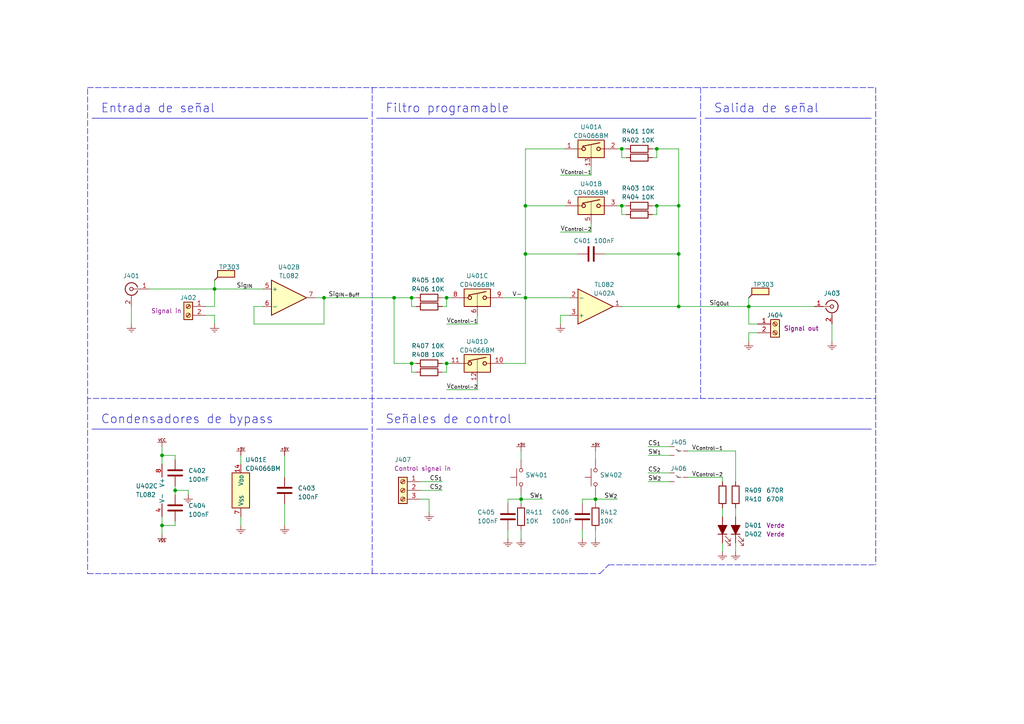
<source format=kicad_sch>
(kicad_sch (version 20230121) (generator eeschema)
  (paper "A4")
  (title_block (title "EQM Lab PCB - 1") (date "2023-04-14") (rev "V0.1-Alpha") (company "JSM - ETSE-UV") (comment 1 "Filtro programable"))
  (lib_symbols
    (symbol "Amplifier_Operational:TL082" (pin_names (offset 0.127))
      (property "Reference" "U" (at 0 5.08 0))
      (property "Value" "TL082" (at 0 -5.08 0))
      (symbol "TL082_1_1"
        (polyline (pts (xy -5.08 5.08) (xy 5.08 0) (xy -5.08 -5.08) (xy -5.08 5.08)) (stroke (width 0.254)) (fill (type background)))
        (pin output line (at 7.62 0 180) (length 2.54) (name "~") (number "1"))
        (pin input line (at -7.62 -2.54 0) (length 2.54) (name "-") (number "2"))
        (pin input line (at -7.62 2.54 0) (length 2.54) (name "+") (number "3"))
      )
      (symbol "TL082_2_1"
        (polyline (pts (xy -5.08 5.08) (xy 5.08 0) (xy -5.08 -5.08) (xy -5.08 5.08)) (stroke (width 0.254)) (fill (type background)))
        (pin input line (at -7.62 2.54 0) (length 2.54) (name "+") (number "5"))
        (pin input line (at -7.62 -2.54 0) (length 2.54) (name "-") (number "6"))
        (pin output line (at 7.62 0 180) (length 2.54) (name "~") (number "7"))
      )
      (symbol "TL082_3_1"
        (pin power_in line (at -2.54 -7.62 90) (length 3.81) (name "V-") (number "4"))
        (pin power_in line (at -2.54 7.62 270) (length 3.81) (name "V+") (number "8"))
      )
    )
    (symbol "Analog_Switch:CD4066BM"
      (property "Reference" "U" (at -5.08 3.81 0))
      (property "Value" "CD4066BM" (at 7.62 3.81 0))
      (symbol "CD4066BM_1_1"
        (rectangle (start -3.81 2.54) (end 3.81 -2.54) (stroke (width 0.254)) (fill (type background)))
        (circle (center -2.159 0) (radius 0.508) (stroke (width 0.254)))
        (polyline (pts (xy -5.08 0) (xy -2.794 0)))
        (polyline (pts (xy -2.54 0.762) (xy 2.54 1.778)) (stroke (width 0.254)))
        (polyline (pts (xy 0 -2.54) (xy 0 -2.032)))
        (polyline (pts (xy 0 -1.778) (xy 0 -1.524)))
        (polyline (pts (xy 0 -1.27) (xy 0 -1.016)))
        (polyline (pts (xy 0 -0.762) (xy 0 -0.508)))
        (polyline (pts (xy 0 -0.254) (xy 0 0)))
        (polyline (pts (xy 0 0.254) (xy 0 0.508)))
        (polyline (pts (xy 0 0.762) (xy 0 1.016)))
        (polyline (pts (xy 5.08 0) (xy 2.794 0)))
        (circle (center 2.159 0) (radius 0.508) (stroke (width 0.254)))
        (pin bidirectional line (at -7.62 0 0) (length 2.54) (name "~") (number "1"))
        (pin input line (at 0 -5.08 90) (length 2.54) (name "~") (number "13"))
        (pin bidirectional line (at 7.62 0 180) (length 2.54) (name "~") (number "2"))
      )
      (symbol "CD4066BM_2_1"
        (rectangle (start -3.81 2.54) (end 3.81 -2.54) (stroke (width 0.254)) (fill (type background)))
        (circle (center -2.159 0) (radius 0.508) (stroke (width 0.254)))
        (polyline (pts (xy -5.08 0) (xy -2.794 0)))
        (polyline (pts (xy -2.54 0.762) (xy 2.54 1.778)) (stroke (width 0.254)))
        (polyline (pts (xy 0 -2.54) (xy 0 -2.032)))
        (polyline (pts (xy 0 -1.778) (xy 0 -1.524)))
        (polyline (pts (xy 0 -1.27) (xy 0 -1.016)))
        (polyline (pts (xy 0 -0.762) (xy 0 -0.508)))
        (polyline (pts (xy 0 -0.254) (xy 0 0)))
        (polyline (pts (xy 0 0.254) (xy 0 0.508)))
        (polyline (pts (xy 0 0.762) (xy 0 1.016)))
        (polyline (pts (xy 5.08 0) (xy 2.794 0)))
        (circle (center 2.159 0) (radius 0.508) (stroke (width 0.254)))
        (pin bidirectional line (at 7.62 0 180) (length 2.54) (name "~") (number "3"))
        (pin bidirectional line (at -7.62 0 0) (length 2.54) (name "~") (number "4"))
        (pin input line (at 0 -5.08 90) (length 2.54) (name "~") (number "5"))
      )
      (symbol "CD4066BM_3_1"
        (rectangle (start -3.81 2.54) (end 3.81 -2.54) (stroke (width 0.254)) (fill (type background)))
        (circle (center -2.159 0) (radius 0.508) (stroke (width 0.254)))
        (polyline (pts (xy -5.08 0) (xy -2.794 0)))
        (polyline (pts (xy -2.54 0.762) (xy 2.54 1.778)) (stroke (width 0.254)))
        (polyline (pts (xy 0 -2.54) (xy 0 -2.032)))
        (polyline (pts (xy 0 -1.778) (xy 0 -1.524)))
        (polyline (pts (xy 0 -1.27) (xy 0 -1.016)))
        (polyline (pts (xy 0 -0.762) (xy 0 -0.508)))
        (polyline (pts (xy 0 -0.254) (xy 0 0)))
        (polyline (pts (xy 0 0.254) (xy 0 0.508)))
        (polyline (pts (xy 0 0.762) (xy 0 1.016)))
        (polyline (pts (xy 5.08 0) (xy 2.794 0)))
        (circle (center 2.159 0) (radius 0.508) (stroke (width 0.254)))
        (pin input line (at 0 -5.08 90) (length 2.54) (name "~") (number "6"))
        (pin bidirectional line (at -7.62 0 0) (length 2.54) (name "~") (number "8"))
        (pin bidirectional line (at 7.62 0 180) (length 2.54) (name "~") (number "9"))
      )
      (symbol "CD4066BM_4_1"
        (rectangle (start -3.81 2.54) (end 3.81 -2.54) (stroke (width 0.254)) (fill (type background)))
        (circle (center -2.159 0) (radius 0.508) (stroke (width 0.254)))
        (polyline (pts (xy -5.08 0) (xy -2.794 0)))
        (polyline (pts (xy -2.54 0.762) (xy 2.54 1.778)) (stroke (width 0.254)))
        (polyline (pts (xy 0 -2.54) (xy 0 -2.032)))
        (polyline (pts (xy 0 -1.778) (xy 0 -1.524)))
        (polyline (pts (xy 0 -1.27) (xy 0 -1.016)))
        (polyline (pts (xy 0 -0.762) (xy 0 -0.508)))
        (polyline (pts (xy 0 -0.254) (xy 0 0)))
        (polyline (pts (xy 0 0.254) (xy 0 0.508)))
        (polyline (pts (xy 0 0.762) (xy 0 1.016)))
        (polyline (pts (xy 5.08 0) (xy 2.794 0)))
        (circle (center 2.159 0) (radius 0.508) (stroke (width 0.254)))
        (pin bidirectional line (at 7.62 0 180) (length 2.54) (name "~") (number "10"))
        (pin bidirectional line (at -7.62 0 0) (length 2.54) (name "~") (number "11"))
        (pin input line (at 0 -5.08 90) (length 2.54) (name "~") (number "12"))
      )
      (symbol "CD4066BM_5_1"
        (rectangle (start -2.54 5.08) (end 2.54 -5.08) (stroke (width 0.254)) (fill (type background)))
        (pin power_in line (at 0 7.62 270) (length 2.54) (name "V_{DD}") (number "14"))
        (pin power_in line (at 0 -7.62 90) (length 2.54) (name "V_{SS}") (number "7"))
      )
    )
    (symbol "CPower:#+5V" (power) (pin_numbers hide) (pin_names (offset 0) hide) (in_bom no) (on_board no)
      (symbol "#+5V_0_1"
        (polyline (pts (xy -1.27 0) (xy 1.27 0)))
      )
      (symbol "#+5V_1_1"
        (text "+5V" (at 0 0.635 0) (effects (font (size 0.75 0.75))))
        (pin power_in line (at 0 -1.27 90) (length 1.27) (name "+5V") (number "1"))
      )
    )
    (symbol "CPower:#GND" (power) (pin_numbers hide) (pin_names (offset 0) hide) (in_bom no) (on_board no)
      (symbol "#GND_0_0"
        (polyline (pts (xy -1.27 -1.27) (xy 1.27 -1.27)) (fill (type background)))
        (polyline (pts (xy -0.762 -1.778) (xy 0.762 -1.778)) (fill (type background)))
        (polyline (pts (xy -0.254 -2.286) (xy 0.254 -2.286)) (fill (type background)))
      )
      (symbol "#GND_1_1"
        (pin power_in line (at 0 0 270) (length 1.27) (name "GND") (number "1"))
      )
    )
    (symbol "CPower:#VCC" (power) (pin_numbers hide) (pin_names (offset 0) hide) (in_bom no) (on_board no)
      (symbol "#VCC_0_1"
        (polyline (pts (xy -1.27 0) (xy 1.27 0)))
      )
      (symbol "#VCC_1_1"
        (text "VCC" (at 0 0.635 0) (effects (font (size 0.75 0.75))))
        (pin power_in line (at 0 -1.27 90) (length 1.27) (name "VCC") (number "1"))
      )
    )
    (symbol "CPower:#VSS" (power) (pin_numbers hide) (pin_names (offset 0) hide) (in_bom no) (on_board no)
      (symbol "#VSS_0_1"
        (polyline (pts (xy -1.27 1.27) (xy 1.27 1.27)))
      )
      (symbol "#VSS_1_1"
        (text "VSS" (at 0 1.905 0) (effects (font (size 0.75 0.75))))
        (pin power_in line (at 0 0 90) (length 1.27) (name "VSS") (number "1"))
      )
    )
    (symbol "Cmisc:Jumper_3" (pin_numbers hide) (pin_names (offset 0) hide)
      (property "Reference" "J" (at 1.27 -2.54 0))
      (symbol "Jumper_3_0_1"
        (polyline (pts (xy -0.762 0) (xy 0 0) (xy 0.762 0.508)))
      )
      (symbol "Jumper_3_1_1"
        (pin bidirectional line (at 2.54 1.27 180) (length 1.27) (name "") (number "1"))
        (pin bidirectional line (at -2.54 0 0) (length 1.27) (name "") (number "2"))
        (pin bidirectional line (at 2.54 -1.27 180) (length 1.27) (name "") (number "3"))
      )
    )
    (symbol "Connector:Conn_Coaxial" (pin_names (offset 1.016) hide)
      (property "Reference" "J" (at 0.254 3.048 0))
      (property "Value" "Conn_Coaxial" (at 2.921 0 90))
      (symbol "Conn_Coaxial_0_1"
        (arc (start -1.778 -0.508) (mid 0.2311 -1.8066) (end 1.778 0) (stroke (width 0.254)))
        (polyline (pts (xy -2.54 0) (xy -0.508 0)))
        (polyline (pts (xy 0 -2.54) (xy 0 -1.778)))
        (circle (center 0 0) (radius 0.508) (stroke (width 0.2032)))
        (arc (start 1.778 0) (mid 0.2099 1.8101) (end -1.778 0.508) (stroke (width 0.254)))
      )
      (symbol "Conn_Coaxial_1_1"
        (pin passive line (at -5.08 0 0) (length 2.54) (name "In") (number "1"))
        (pin passive line (at 0 -5.08 90) (length 2.54) (name "Ext") (number "2"))
      )
    )
    (symbol "Connector:Screw_Terminal_01x02" (pin_names (offset 1.016) hide)
      (property "Reference" "J" (at 0 2.54 0))
      (property "Value" "Screw_Terminal_01x02" (at 0 -5.08 0))
      (symbol "Screw_Terminal_01x02_1_1"
        (rectangle (start -1.27 1.27) (end 1.27 -3.81) (stroke (width 0.254)) (fill (type background)))
        (circle (center 0 -2.54) (radius 0.635) (stroke (width 0.1524)))
        (polyline (pts (xy -0.5334 -2.2098) (xy 0.3302 -3.048)) (stroke (width 0.1524)))
        (polyline (pts (xy -0.5334 0.3302) (xy 0.3302 -0.508)) (stroke (width 0.1524)))
        (polyline (pts (xy -0.3556 -2.032) (xy 0.508 -2.8702)) (stroke (width 0.1524)))
        (polyline (pts (xy -0.3556 0.508) (xy 0.508 -0.3302)) (stroke (width 0.1524)))
        (circle (center 0 0) (radius 0.635) (stroke (width 0.1524)))
        (pin passive line (at -5.08 0 0) (length 3.81) (name "Pin_1") (number "1"))
        (pin passive line (at -5.08 -2.54 0) (length 3.81) (name "Pin_2") (number "2"))
      )
    )
    (symbol "Connector:Screw_Terminal_01x03" (pin_names (offset 1.016) hide)
      (property "Reference" "J" (at 0 5.08 0))
      (property "Value" "Screw_Terminal_01x03" (at 0 -5.08 0))
      (symbol "Screw_Terminal_01x03_1_1"
        (rectangle (start -1.27 3.81) (end 1.27 -3.81) (stroke (width 0.254)) (fill (type background)))
        (circle (center 0 -2.54) (radius 0.635) (stroke (width 0.1524)))
        (polyline (pts (xy -0.5334 -2.2098) (xy 0.3302 -3.048)) (stroke (width 0.1524)))
        (polyline (pts (xy -0.5334 0.3302) (xy 0.3302 -0.508)) (stroke (width 0.1524)))
        (polyline (pts (xy -0.5334 2.8702) (xy 0.3302 2.032)) (stroke (width 0.1524)))
        (polyline (pts (xy -0.3556 -2.032) (xy 0.508 -2.8702)) (stroke (width 0.1524)))
        (polyline (pts (xy -0.3556 0.508) (xy 0.508 -0.3302)) (stroke (width 0.1524)))
        (polyline (pts (xy -0.3556 3.048) (xy 0.508 2.2098)) (stroke (width 0.1524)))
        (circle (center 0 0) (radius 0.635) (stroke (width 0.1524)))
        (circle (center 0 2.54) (radius 0.635) (stroke (width 0.1524)))
        (pin passive line (at -5.08 2.54 0) (length 3.81) (name "Pin_1") (number "1"))
        (pin passive line (at -5.08 0 0) (length 3.81) (name "Pin_2") (number "2"))
        (pin passive line (at -5.08 -2.54 0) (length 3.81) (name "Pin_3") (number "3"))
      )
    )
    (symbol "Connector:TestPoint_Flag" (pin_numbers hide) (pin_names (offset 0.762) hide)
      (property "Reference" "TP" (at 3.429 1.778 0))
      (property "Value" "TestPoint_Flag" (at 3.302 4.191 0))
      (symbol "TestPoint_Flag_0_1"
        (polyline (pts (xy 0 0) (xy 0.889 0.889)) (stroke (width 0.254)))
        (rectangle (start 0.889 2.794) (end 5.842 0.889) (stroke (width 0.254)) (fill (type background)))
      )
      (symbol "TestPoint_Flag_1_1"
        (pin passive line (at 0 0 90) (length 0) (name "1") (number "1"))
      )
    )
    (symbol "Device:C" (pin_numbers hide) (pin_names (offset 0.254))
      (property "Reference" "C" (at 0.635 2.54 0))
      (property "Value" "C" (at 0.635 -2.54 0))
      (symbol "C_0_1"
        (polyline (pts (xy -2.032 -0.762) (xy 2.032 -0.762)) (stroke (width 0.508)))
        (polyline (pts (xy -2.032 0.762) (xy 2.032 0.762)) (stroke (width 0.508)))
      )
      (symbol "C_1_1"
        (pin passive line (at 0 3.81 270) (length 2.794) (name "~") (number "1"))
        (pin passive line (at 0 -3.81 90) (length 2.794) (name "~") (number "2"))
      )
    )
    (symbol "Device:LED_Filled" (pin_numbers hide) (pin_names (offset 1.016) hide)
      (property "Reference" "D" (at 0 2.54 0))
      (property "Value" "LED_Filled" (at 0 -2.54 0))
      (symbol "LED_Filled_0_1"
        (polyline (pts (xy -1.27 -1.27) (xy -1.27 1.27)) (stroke (width 0.254)))
        (polyline (pts (xy -1.27 0) (xy 1.27 0)))
        (polyline (pts (xy 1.27 -1.27) (xy 1.27 1.27) (xy -1.27 0) (xy 1.27 -1.27)) (stroke (width 0.254)) (fill (type outline)))
        (polyline (pts (xy -3.048 -0.762) (xy -4.572 -2.286) (xy -3.81 -2.286) (xy -4.572 -2.286) (xy -4.572 -1.524)))
        (polyline (pts (xy -1.778 -0.762) (xy -3.302 -2.286) (xy -2.54 -2.286) (xy -3.302 -2.286) (xy -3.302 -1.524)))
      )
      (symbol "LED_Filled_1_1"
        (pin passive line (at -3.81 0 0) (length 2.54) (name "K") (number "1"))
        (pin passive line (at 3.81 0 180) (length 2.54) (name "A") (number "2"))
      )
    )
    (symbol "Device:R" (pin_numbers hide) (pin_names (offset 0))
      (property "Reference" "R" (at 2.032 0 90))
      (property "Value" "R" (at 0 0 90))
      (symbol "R_0_1"
        (rectangle (start -1.016 -2.54) (end 1.016 2.54) (stroke (width 0.254)))
      )
      (symbol "R_1_1"
        (pin passive line (at 0 3.81 270) (length 1.27) (name "~") (number "1"))
        (pin passive line (at 0 -3.81 90) (length 1.27) (name "~") (number "2"))
      )
    )
    (symbol "Switch:SW_Push" (pin_numbers hide) (pin_names (offset 1.016) hide)
      (property "Reference" "SW" (at 1.27 2.54 0))
      (property "Value" "SW_Push" (at 0 -1.524 0))
      (symbol "SW_Push_0_1"
        (circle (center -2.032 0) (radius 0.508))
        (polyline (pts (xy 0 1.27) (xy 0 3.048)))
        (polyline (pts (xy 2.54 1.27) (xy -2.54 1.27)))
        (circle (center 2.032 0) (radius 0.508))
        (pin passive line (at -5.08 0 0) (length 2.54) (name "1") (number "1"))
        (pin passive line (at 5.08 0 180) (length 2.54) (name "2") (number "2"))
      )
    )
  )
  (junction (at 196.85 59.69))
  (junction (at 129.54 105.41))
  (junction (at 190.5 59.69))
  (junction (at 151.13 144.78))
  (junction (at 152.4 59.69))
  (junction (at 46.99 132.08))
  (junction (at 196.85 88.9))
  (junction (at 152.4 73.66))
  (junction (at 129.54 86.36))
  (junction (at 180.34 59.69))
  (junction (at 172.72 144.78))
  (junction (at 93.98 86.36))
  (junction (at 50.8 142.24))
  (junction (at 190.5 43.18))
  (junction (at 114.3 86.36))
  (junction (at 152.4 86.36))
  (junction (at 62.23 83.82))
  (junction (at 217.17 88.9))
  (junction (at 119.38 105.41))
  (junction (at 180.34 43.18))
  (junction (at 46.99 152.4))
  (junction (at 119.38 86.36))
  (junction (at 196.85 73.66))
  (wire (pts (xy 181.61 62.23) (xy 180.34 62.23)))
  (wire (pts (xy 162.56 50.8) (xy 171.45 50.8)))
  (wire (pts (xy 50.8 140.97) (xy 50.8 142.24)))
  (wire (pts (xy 209.55 147.32) (xy 209.55 149.86)))
  (wire (pts (xy 180.34 43.18) (xy 181.61 43.18)))
  (wire (pts (xy 189.23 62.23) (xy 190.5 62.23)))
  (wire (pts (xy 73.66 88.9) (xy 73.66 93.98)))
  (wire (pts (xy 50.8 152.4) (xy 50.8 151.13)))
  (wire (pts (xy 59.69 91.44) (xy 62.23 91.44)))
  (wire (pts (xy 46.99 152.4) (xy 46.99 154.94)))
  (wire (pts (xy 50.8 133.35) (xy 50.8 132.08)))
  (wire (pts (xy 172.72 144.78) (xy 179.07 144.78)))
  (wire (pts (xy 219.71 93.98) (xy 217.17 93.98)))
  (wire (pts (xy 151.13 144.78) (xy 151.13 146.05)))
  (wire (pts (xy 120.65 107.95) (xy 119.38 107.95)))
  (polyline (pts (xy 173.99 166.37) (xy 176.53 163.83)) (stroke (width 0) (type dash)))
  (wire (pts (xy 217.17 96.52) (xy 217.17 99.06)))
  (polyline (pts (xy 204.47 34.29) (xy 252.73 34.29)))
  (wire (pts (xy 138.43 91.44) (xy 138.43 93.98)))
  (polyline (pts (xy 26.67 34.29) (xy 106.68 34.29)))
  (wire (pts (xy 241.3 93.98) (xy 241.3 99.06)))
  (wire (pts (xy 91.44 86.36) (xy 93.98 86.36)))
  (wire (pts (xy 62.23 88.9) (xy 62.23 83.82)))
  (wire (pts (xy 69.85 132.08) (xy 69.85 134.62)))
  (wire (pts (xy 175.26 73.66) (xy 196.85 73.66)))
  (polyline (pts (xy 203.2 25.4) (xy 203.2 115.57)) (stroke (width 0) (type dash)))
  (wire (pts (xy 73.66 93.98) (xy 93.98 93.98)))
  (polyline (pts (xy 107.95 166.37) (xy 107.95 91.44)) (stroke (width 0) (type dash)))
  (wire (pts (xy 152.4 59.69) (xy 163.83 59.69)))
  (wire (pts (xy 119.38 105.41) (xy 114.3 105.41)))
  (wire (pts (xy 93.98 93.98) (xy 93.98 86.36)))
  (wire (pts (xy 179.07 59.69) (xy 180.34 59.69)))
  (wire (pts (xy 180.34 59.69) (xy 181.61 59.69)))
  (wire (pts (xy 168.91 153.67) (xy 168.91 156.21)))
  (wire (pts (xy 219.71 96.52) (xy 217.17 96.52)))
  (wire (pts (xy 119.38 86.36) (xy 119.38 88.9)))
  (wire (pts (xy 217.17 86.36) (xy 217.17 88.9)))
  (polyline (pts (xy 254 115.57) (xy 254 163.83)) (stroke (width 0) (type dash)))
  (wire (pts (xy 121.92 144.78) (xy 124.46 144.78)))
  (wire (pts (xy 73.66 88.9) (xy 76.2 88.9)))
  (wire (pts (xy 187.96 137.16) (xy 194.31 137.16)))
  (wire (pts (xy 209.55 138.43) (xy 209.55 139.7)))
  (wire (pts (xy 168.91 144.78) (xy 172.72 144.78)))
  (wire (pts (xy 217.17 93.98) (xy 217.17 88.9)))
  (wire (pts (xy 209.55 157.48) (xy 209.55 160.02)))
  (wire (pts (xy 151.13 130.81) (xy 151.13 133.35)))
  (wire (pts (xy 181.61 45.72) (xy 180.34 45.72)))
  (wire (pts (xy 179.07 43.18) (xy 180.34 43.18)))
  (wire (pts (xy 187.96 139.7) (xy 194.31 139.7)))
  (polyline (pts (xy 109.22 124.46) (xy 252.73 124.46)))
  (wire (pts (xy 62.23 83.82) (xy 76.2 83.82)))
  (wire (pts (xy 121.92 139.7) (xy 128.27 139.7)))
  (wire (pts (xy 146.05 105.41) (xy 152.4 105.41)))
  (wire (pts (xy 199.39 130.81) (xy 213.36 130.81)))
  (wire (pts (xy 147.32 146.05) (xy 147.32 144.78)))
  (polyline (pts (xy 25.4 115.57) (xy 25.4 166.37)) (stroke (width 0) (type dash)))
  (polyline (pts (xy 26.67 124.46) (xy 106.68 124.46)))
  (wire (pts (xy 171.45 64.77) (xy 171.45 67.31)))
  (wire (pts (xy 196.85 88.9) (xy 217.17 88.9)))
  (wire (pts (xy 180.34 43.18) (xy 180.34 45.72)))
  (wire (pts (xy 190.5 43.18) (xy 196.85 43.18)))
  (wire (pts (xy 152.4 86.36) (xy 152.4 105.41)))
  (wire (pts (xy 62.23 91.44) (xy 62.23 93.98)))
  (wire (pts (xy 114.3 86.36) (xy 119.38 86.36)))
  (wire (pts (xy 162.56 93.98) (xy 162.56 91.44)))
  (wire (pts (xy 46.99 149.86) (xy 46.99 152.4)))
  (wire (pts (xy 129.54 105.41) (xy 129.54 107.95)))
  (polyline (pts (xy 109.22 34.29) (xy 201.93 34.29)))
  (wire (pts (xy 152.4 43.18) (xy 152.4 59.69)))
  (wire (pts (xy 152.4 43.18) (xy 163.83 43.18)))
  (wire (pts (xy 146.05 86.36) (xy 152.4 86.36)))
  (wire (pts (xy 59.69 88.9) (xy 62.23 88.9)))
  (wire (pts (xy 129.54 86.36) (xy 130.81 86.36)))
  (wire (pts (xy 46.99 129.54) (xy 46.99 132.08)))
  (polyline (pts (xy 107.95 25.4) (xy 107.95 91.44)) (stroke (width 0) (type dash)))
  (wire (pts (xy 172.72 153.67) (xy 172.72 156.21)))
  (wire (pts (xy 172.72 144.78) (xy 172.72 146.05)))
  (wire (pts (xy 128.27 105.41) (xy 129.54 105.41)))
  (wire (pts (xy 69.85 149.86) (xy 69.85 152.4)))
  (wire (pts (xy 213.36 157.48) (xy 213.36 160.02)))
  (wire (pts (xy 162.56 67.31) (xy 171.45 67.31)))
  (wire (pts (xy 152.4 73.66) (xy 167.64 73.66)))
  (wire (pts (xy 194.31 132.08) (xy 187.96 132.08)))
  (wire (pts (xy 54.61 143.51) (xy 54.61 142.24)))
  (wire (pts (xy 199.39 138.43) (xy 209.55 138.43)))
  (wire (pts (xy 50.8 142.24) (xy 50.8 143.51)))
  (wire (pts (xy 93.98 86.36) (xy 114.3 86.36)))
  (wire (pts (xy 189.23 43.18) (xy 190.5 43.18)))
  (polyline (pts (xy 168.91 166.37) (xy 173.99 166.37)) (stroke (width 0) (type dash)))
  (wire (pts (xy 128.27 88.9) (xy 129.54 88.9)))
  (wire (pts (xy 46.99 132.08) (xy 46.99 134.62)))
  (wire (pts (xy 54.61 142.24) (xy 50.8 142.24)))
  (wire (pts (xy 43.18 83.82) (xy 62.23 83.82)))
  (wire (pts (xy 172.72 143.51) (xy 172.72 144.78)))
  (polyline (pts (xy 25.4 166.37) (xy 107.95 166.37)) (stroke (width 0) (type dash)))
  (wire (pts (xy 180.34 59.69) (xy 180.34 62.23)))
  (wire (pts (xy 196.85 59.69) (xy 196.85 73.66)))
  (wire (pts (xy 172.72 130.81) (xy 172.72 133.35)))
  (wire (pts (xy 129.54 93.98) (xy 138.43 93.98)))
  (wire (pts (xy 46.99 152.4) (xy 50.8 152.4)))
  (wire (pts (xy 189.23 59.69) (xy 190.5 59.69)))
  (wire (pts (xy 138.43 110.49) (xy 138.43 113.03)))
  (wire (pts (xy 151.13 144.78) (xy 157.48 144.78)))
  (wire (pts (xy 189.23 45.72) (xy 190.5 45.72)))
  (wire (pts (xy 128.27 107.95) (xy 129.54 107.95)))
  (wire (pts (xy 217.17 88.9) (xy 236.22 88.9)))
  (wire (pts (xy 119.38 86.36) (xy 120.65 86.36)))
  (wire (pts (xy 194.31 129.54) (xy 187.96 129.54)))
  (wire (pts (xy 196.85 43.18) (xy 196.85 59.69)))
  (wire (pts (xy 147.32 144.78) (xy 151.13 144.78)))
  (wire (pts (xy 190.5 59.69) (xy 196.85 59.69)))
  (polyline (pts (xy 176.53 163.83) (xy 254 163.83)) (stroke (width 0) (type dash)))
  (wire (pts (xy 129.54 113.03) (xy 138.43 113.03)))
  (wire (pts (xy 152.4 86.36) (xy 165.1 86.36)))
  (wire (pts (xy 124.46 144.78) (xy 124.46 148.59)))
  (wire (pts (xy 190.5 59.69) (xy 190.5 62.23)))
  (wire (pts (xy 147.32 153.67) (xy 147.32 156.21)))
  (wire (pts (xy 114.3 105.41) (xy 114.3 86.36)))
  (wire (pts (xy 82.55 132.08) (xy 82.55 138.43)))
  (wire (pts (xy 190.5 43.18) (xy 190.5 45.72)))
  (wire (pts (xy 171.45 48.26) (xy 171.45 50.8)))
  (wire (pts (xy 119.38 105.41) (xy 119.38 107.95)))
  (wire (pts (xy 82.55 146.05) (xy 82.55 152.4)))
  (wire (pts (xy 213.36 130.81) (xy 213.36 139.7)))
  (wire (pts (xy 168.91 146.05) (xy 168.91 144.78)))
  (wire (pts (xy 128.27 86.36) (xy 129.54 86.36)))
  (wire (pts (xy 129.54 105.41) (xy 130.81 105.41)))
  (wire (pts (xy 196.85 73.66) (xy 196.85 88.9)))
  (wire (pts (xy 129.54 86.36) (xy 129.54 88.9)))
  (wire (pts (xy 152.4 59.69) (xy 152.4 73.66)))
  (polyline (pts (xy 107.95 166.37) (xy 168.91 166.37)) (stroke (width 0) (type dash)))
  (wire (pts (xy 152.4 73.66) (xy 152.4 86.36)))
  (wire (pts (xy 151.13 143.51) (xy 151.13 144.78)))
  (wire (pts (xy 151.13 153.67) (xy 151.13 156.21)))
  (wire (pts (xy 50.8 132.08) (xy 46.99 132.08)))
  (wire (pts (xy 213.36 147.32) (xy 213.36 149.86)))
  (wire (pts (xy 162.56 91.44) (xy 165.1 91.44)))
  (wire (pts (xy 180.34 88.9) (xy 196.85 88.9)))
  (wire (pts (xy 120.65 105.41) (xy 119.38 105.41)))
  (wire (pts (xy 62.23 81.28) (xy 62.23 83.82)))
  (wire (pts (xy 120.65 88.9) (xy 119.38 88.9)))
  (wire (pts (xy 121.92 142.24) (xy 128.27 142.24)))
  (wire (pts (xy 38.1 88.9) (xy 38.1 93.98)))
  (rectangle (start 25.4 25.4) (end 254 115.57) (stroke (width 0) (type dash)))
  (text "Filtro programable" (at 111.76 33.02 0) (effects (font (size 2.54 2.54)) (justify left bottom)))
  (text "Salida de señal" (at 207.01 33.02 0) (effects (font (size 2.54 2.54)) (justify left bottom)))
  (text "Entrada de señal" (at 29.21 33.02 0) (effects (font (size 2.54 2.54)) (justify left bottom)))
  (text "Señales de control" (at 111.76 123.19 0) (effects (font (size 2.54 2.54)) (justify left bottom)))
  (text "Condensadores de bypass" (at 29.21 123.19 0) (effects (font (size 2.54 2.54)) (justify left bottom)))
  (label "V_{Control-2}" (at 129.54 113.03 0))
  (label "V_{Control-2}" (at 200.66 138.43 0))
  (label "CS_{2}" (at 187.96 137.16 0))
  (label "SW_{1}" (at 157.48 144.78 180))
  (label "SW_{2}" (at 179.07 144.78 180))
  (label "CS_{2}" (at 128.27 142.24 180))
  (label "SW_{1}" (at 187.96 132.08 0))
  (label "Sig_{IN-Buff}" (at 95.25 86.36 0))
  (label "Sig_{IN}" (at 68.58 83.82 0))
  (label "SW_{2}" (at 187.96 139.7 0))
  (label "V_{Control-2}" (at 162.56 67.31 0))
  (label "CS_{1}" (at 128.27 139.7 180))
  (label "V_{Control-1}" (at 200.66 130.81 0))
  (label "V_{Control-1}" (at 129.54 93.98 0))
  (label "Sig_{Out}" (at 205.74 88.9 0))
  (label "CS_{1}" (at 187.96 129.54 0))
  (label "V_{Control-1}" (at 162.56 50.8 0))
  (label "V-" (at 148.59 86.36 0))
  (symbol (lib_id "CPower:#+5V") (at 151.13 129.54 0) (unit 1) (in_bom no) (on_board no)
    (property "Reference" "+5V0201" (effects hide))
    (property "Value" "#+5V" (effects hide))
    (instances (project "EQM_1" (path "" (reference "+5V0201") (unit 1)) (path "" (reference "#+5V0401") (unit 1))))
  )
  (symbol (lib_id "Device:R") (at 124.46 86.36 90) (unit 1)
    (property "Reference" "R405" (at 121.92 81.28 90))
    (property "Value" "10K" (at 127 81.28 90))
    (property "Footprint" "Resistor_SMD:R_0805_2012Metric_Pad1.20x1.40mm_HandSolder" (effects hide))
  )
  (symbol (lib_id "CPower:#GND") (at 124.46 148.59 0) (unit 1) (in_bom no) (on_board no)
    (property "Reference" "#gnd0407" (effects hide))
    (property "Value" "#GND" (effects hide))
  )
  (symbol (lib_id "Device:C") (at 171.45 73.66 90) (unit 1)
    (property "Reference" "C401" (at 168.91 69.85 90))
    (property "Value" "100nF" (at 175.26 69.85 90))
    (property "Footprint" "Capacitor_SMD:C_0805_2012Metric_Pad1.18x1.45mm_HandSolder" (effects hide))
  )
  (symbol (lib_id "Switch:SW_Push") (at 172.72 138.43 90) (unit 1)
    (property "Reference" "SW402" (at 173.99 137.795 90) (effects (justify right)))
    (property "Value" "SW_Push" (effects hide))
    (property "Footprint" "Button_Switch_SMD:SW_Tactile_SPST_NO_Straight_CK_PTS636Sx25SMTRLFS" (effects hide))
    (property "digikeyPN" "CKN12314-2-ND" (effects hide))
    (property "digikeyURL" "https://www.digikey.com/en/products/detail/c-k/PTS636-SM50-SMTR-LFS/10071727" (effects hide))
  )
  (symbol (lib_id "CPower:#VSS") (at 46.99 154.94 180) (unit 1) (in_bom no) (on_board no)
    (property "Reference" "#VSS0401" (effects hide))
    (property "Value" "#VSS" (effects hide))
  )
  (symbol (lib_id "Device:R") (at 209.55 143.51 0) (unit 1)
    (property "Reference" "R409" (at 218.44 142.24 0))
    (property "Value" "670R" (at 222.25 142.24 0) (effects (justify left)))
    (property "Footprint" "Resistor_SMD:R_0805_2012Metric_Pad1.20x1.40mm_HandSolder" (effects hide))
  )
  (symbol (lib_id "Device:R") (at 124.46 88.9 90) (mirror x) (unit 1)
    (property "Reference" "R406" (at 121.92 83.82 90))
    (property "Value" "10K" (at 127 83.82 90))
    (property "Footprint" "Resistor_THT:R_Axial_DIN0207_L6.3mm_D2.5mm_P7.62mm_Horizontal" (effects hide))
  )
  (symbol (lib_id "Connector:TestPoint_Flag") (at 217.17 86.36 0) (unit 1)
    (property "Reference" "TP303" (at 218.44 82.55 0) (effects (justify left)))
    (property "Value" "TestPoint_Flag" (effects hide))
    (property "Footprint" "TestPoint:TestPoint_Pad_2.0x2.0mm" (effects hide))
    (instances (project "EQM_1" (path "" (reference "TP303") (unit 1)) (path "" (reference "TP402") (unit 1))))
  )
  (symbol (lib_id "CPower:#GND") (at 69.85 152.4 0) (unit 1) (in_bom no) (on_board no)
    (property "Reference" "#gnd0408" (effects hide))
    (property "Value" "#GND" (effects hide))
  )
  (symbol (lib_id "Connector:Screw_Terminal_01x02") (at 54.61 88.9 0) (mirror y) (unit 1)
    (property "Reference" "J402" (at 54.61 86.36 0))
    (property "Value" "Screw_Terminal_01x02" (effects hide))
    (property "Footprint" "TerminalBlock_Phoenix:TerminalBlock_Phoenix_MKDS-1,5-2-5.08_1x02_P5.08mm_Horizontal" (effects hide))
    (property "Use" "Signal in" (at 48.26 90.17 0))
  )
  (symbol (lib_id "Cmisc:Jumper_3") (at 196.85 138.43 0) (mirror y) (unit 1)
    (property "Reference" "J406" (at 196.85 135.89 0))
    (property "Value" "~" (at 196.85 138.43 0))
    (property "Footprint" "Connector_PinHeader_2.54mm:PinHeader_1x03_P2.54mm_Vertical" (effects hide))
  )
  (symbol (lib_id "Connector:TestPoint_Flag") (at 62.23 81.28 0) (unit 1)
    (property "Reference" "TP303" (at 63.5 77.47 0) (effects (justify left)))
    (property "Value" "TestPoint_Flag" (effects hide))
    (property "Footprint" "TestPoint:TestPoint_Pad_2.0x2.0mm" (effects hide))
    (instances (project "EQM_1" (path "" (reference "TP303") (unit 1)) (path "" (reference "TP401") (unit 1))))
  )
  (symbol (lib_id "Device:R") (at 185.42 59.69 90) (unit 1)
    (property "Reference" "R403" (at 182.88 54.61 90))
    (property "Value" "10K" (at 187.96 54.61 90))
    (property "Footprint" "Resistor_SMD:R_0805_2012Metric_Pad1.20x1.40mm_HandSolder" (effects hide))
  )
  (symbol (lib_id "Connector:Conn_Coaxial") (at 38.1 83.82 0) (mirror y) (unit 1)
    (property "Reference" "J401" (at 38.1 80.01 0))
    (property "Value" "Conn_Coaxial" (effects hide))
    (property "Footprint" "Connector_Coaxial:BNC_Amphenol_B6252HB-NPP3G-50_Horizontal" (effects hide))
    (property "Datasheet" " ~" (effects hide))
  )
  (symbol (lib_id "CPower:#GND") (at 82.55 152.4 0) (unit 1) (in_bom no) (on_board no)
    (property "Reference" "#gnd0409" (effects hide))
    (property "Value" "#GND" (effects hide))
  )
  (symbol (lib_id "Analog_Switch:CD4066BM") (at 138.43 86.36 0) (unit 3)
    (property "Reference" "U401" (at 138.43 80.01 0))
    (property "Value" "CD4066BM" (at 138.43 82.55 0))
    (property "Footprint" "Package_SO:SO-14_3.9x8.65mm_P1.27mm" (effects hide))
    (property "Datasheet" "https://www.ti.com/lit/ds/symlink/cd4066b.pdf" (effects hide))
  )
  (symbol (lib_id "CPower:#+5V") (at 69.85 130.81 0) (unit 1) (in_bom no) (on_board no)
    (property "Reference" "+5V0201" (effects hide))
    (property "Value" "#+5V" (effects hide))
    (instances (project "EQM_1" (path "" (reference "+5V0201") (unit 1)) (path "" (reference "#+5V0403") (unit 1))))
  )
  (symbol (lib_id "Device:R") (at 124.46 107.95 90) (mirror x) (unit 1)
    (property "Reference" "R408" (at 121.92 102.87 90))
    (property "Value" "10K" (at 127 102.87 90))
    (property "Footprint" "Resistor_THT:R_Axial_DIN0207_L6.3mm_D2.5mm_P7.62mm_Horizontal" (effects hide))
  )
  (symbol (lib_id "CPower:#GND") (at 217.17 99.06 0) (mirror y) (unit 1) (in_bom no) (on_board no)
    (property "Reference" "#gnd0404" (effects hide))
    (property "Value" "#GND" (effects hide))
  )
  (symbol (lib_id "Amplifier_Operational:TL082") (at 83.82 86.36 0) (unit 2)
    (property "Reference" "U402" (at 83.82 77.47 0))
    (property "Value" "TL082" (at 83.82 80.01 0))
    (property "Footprint" "Package_TO_SOT_SMD:SOT-23-8" (effects hide))
    (property "Datasheet" "http://www.ti.com/lit/ds/symlink/tl081.pdf" (effects hide))
  )
  (symbol (lib_id "Device:R") (at 185.42 45.72 90) (mirror x) (unit 1)
    (property "Reference" "R402" (at 182.88 40.64 90))
    (property "Value" "10K" (at 187.96 40.64 90))
    (property "Footprint" "Resistor_THT:R_Axial_DIN0207_L6.3mm_D2.5mm_P7.62mm_Horizontal" (effects hide))
  )
  (symbol (lib_id "Analog_Switch:CD4066BM") (at 138.43 105.41 0) (unit 4)
    (property "Reference" "U401" (at 138.43 99.06 0))
    (property "Value" "CD4066BM" (at 138.43 101.6 0))
    (property "Footprint" "Package_SO:SO-14_3.9x8.65mm_P1.27mm" (effects hide))
    (property "Datasheet" "https://www.ti.com/lit/ds/symlink/cd4066b.pdf" (effects hide))
  )
  (symbol (lib_id "CPower:#GND") (at 38.1 93.98 0) (unit 1) (in_bom no) (on_board no)
    (property "Reference" "#gnd0401" (effects hide))
    (property "Value" "#GND" (effects hide))
  )
  (symbol (lib_id "Device:R") (at 124.46 105.41 90) (unit 1)
    (property "Reference" "R407" (at 121.92 100.33 90))
    (property "Value" "10K" (at 127 100.33 90))
    (property "Footprint" "Resistor_SMD:R_0805_2012Metric_Pad1.20x1.40mm_HandSolder" (effects hide))
  )
  (symbol (lib_id "Device:R") (at 213.36 143.51 0) (unit 1)
    (property "Reference" "R410" (at 218.44 144.78 0))
    (property "Value" "670R" (at 222.25 144.78 0) (effects (justify left)))
    (property "Footprint" "Resistor_SMD:R_0805_2012Metric_Pad1.20x1.40mm_HandSolder" (effects hide))
  )
  (symbol (lib_id "CPower:#GND") (at 151.13 156.21 0) (unit 1) (in_bom no) (on_board no)
    (property "Reference" "#gnd0411" (effects hide))
    (property "Value" "#GND" (effects hide))
  )
  (symbol (lib_id "Amplifier_Operational:TL082") (at 172.72 88.9 0) (mirror x) (unit 1)
    (property "Reference" "U402" (at 175.26 85.09 0))
    (property "Value" "TL082" (at 175.26 82.55 0))
    (property "Footprint" "Package_TO_SOT_SMD:SOT-23-8" (effects hide))
    (property "Datasheet" "http://www.ti.com/lit/ds/symlink/tl081.pdf" (effects hide))
  )
  (symbol (lib_id "CPower:#VCC") (at 46.99 128.27 0) (unit 1) (in_bom no) (on_board no)
    (property "Reference" "VCC0304" (effects hide))
    (property "Value" "#VCC" (effects hide))
    (instances (project "EQM_1" (path "" (reference "VCC0304") (unit 1)) (path "" (reference "#VCC0401") (unit 1))))
  )
  (symbol (lib_id "Device:R") (at 185.42 62.23 90) (mirror x) (unit 1)
    (property "Reference" "R404" (at 182.88 57.15 90))
    (property "Value" "10K" (at 187.96 57.15 90))
    (property "Footprint" "Resistor_THT:R_Axial_DIN0207_L6.3mm_D2.5mm_P7.62mm_Horizontal" (effects hide))
  )
  (symbol (lib_id "Device:C") (at 50.8 147.32 0) (unit 1)
    (property "Reference" "C404" (at 54.61 146.685 0) (effects (justify left)))
    (property "Value" "100nF" (at 54.61 149.225 0) (effects (justify left)))
    (property "Footprint" "Capacitor_SMD:C_0805_2012Metric_Pad1.18x1.45mm_HandSolder" (effects hide))
  )
  (symbol (lib_id "Analog_Switch:CD4066BM") (at 69.85 142.24 0) (unit 5)
    (property "Reference" "U401" (at 71.12 133.35 0) (effects (justify left)))
    (property "Value" "CD4066BM" (at 71.12 135.89 0) (effects (justify left)))
    (property "Footprint" "Package_SO:SO-14_3.9x8.65mm_P1.27mm" (effects hide))
    (property "Datasheet" "https://www.ti.com/lit/ds/symlink/cd4066b.pdf" (effects hide))
  )
  (symbol (lib_id "Device:LED_Filled") (at 209.55 153.67 90) (unit 1)
    (property "Reference" "D401" (at 215.9 152.4 90) (effects (justify right)))
    (property "Value" "LED_Filled" (effects hide))
    (property "Footprint" "Diode_SMD:D_0805_2012Metric_Pad1.15x1.40mm_HandSolder" (effects hide))
    (property "Color" "Verde" (at 222.25 152.4 90) (effects (justify right)))
  )
  (symbol (lib_id "Amplifier_Operational:TL082") (at 49.53 142.24 0) (unit 3)
    (property "Reference" "U402" (at 39.37 140.97 0) (effects (justify left)))
    (property "Value" "TL082" (at 39.37 143.51 0) (effects (justify left)))
    (property "Footprint" "Package_TO_SOT_SMD:SOT-23-8" (effects hide))
    (property "Datasheet" "http://www.ti.com/lit/ds/symlink/tl081.pdf" (effects hide))
  )
  (symbol (lib_id "CPower:#GND") (at 172.72 156.21 0) (unit 1) (in_bom no) (on_board no)
    (property "Reference" "#gnd0413" (effects hide))
    (property "Value" "#GND" (effects hide))
  )
  (symbol (lib_id "Device:LED_Filled") (at 213.36 153.67 90) (unit 1)
    (property "Reference" "D402" (at 215.9 154.94 90) (effects (justify right)))
    (property "Value" "LED_Filled" (effects hide))
    (property "Footprint" "Diode_SMD:D_0805_2012Metric_Pad1.15x1.40mm_HandSolder" (effects hide))
    (property "Color" "Verde" (at 222.25 154.94 90) (effects (justify right)))
  )
  (symbol (lib_id "Analog_Switch:CD4066BM") (at 171.45 43.18 0) (unit 1)
    (property "Reference" "U401" (at 171.45 36.83 0))
    (property "Value" "CD4066BM" (at 171.45 39.37 0))
    (property "Footprint" "Package_SO:SO-14_3.9x8.65mm_P1.27mm" (effects hide))
    (property "Datasheet" "https://www.ti.com/lit/ds/symlink/cd4066b.pdf" (effects hide))
  )
  (symbol (lib_id "Device:R") (at 185.42 43.18 90) (unit 1)
    (property "Reference" "R401" (at 182.88 38.1 90))
    (property "Value" "10K" (at 187.96 38.1 90))
    (property "Footprint" "Resistor_SMD:R_0805_2012Metric_Pad1.20x1.40mm_HandSolder" (effects hide))
  )
  (symbol (lib_id "Connector:Screw_Terminal_01x03") (at 116.84 142.24 0) (mirror y) (unit 1)
    (property "Reference" "J407" (at 116.84 133.35 0))
    (property "Value" "Screw_Terminal_01x03" (effects hide))
    (property "Footprint" "TerminalBlock_Phoenix:TerminalBlock_Phoenix_MKDS-1,5-3-5.08_1x03_P5.08mm_Horizontal" (effects hide))
    (property "Use" "Control signal in" (at 114.3 135.89 0) (effects (justify right)))
  )
  (symbol (lib_id "Device:C") (at 147.32 149.86 0) (unit 1)
    (property "Reference" "C405" (at 138.43 148.59 0) (effects (justify left)))
    (property "Value" "100nF" (at 138.43 151.13 0) (effects (justify left)))
    (property "Footprint" "Capacitor_SMD:C_0805_2012Metric_Pad1.18x1.45mm_HandSolder" (effects hide))
  )
  (symbol (lib_id "CPower:#GND") (at 162.56 93.98 0) (unit 1) (in_bom no) (on_board no)
    (property "Reference" "#gnd0403" (effects hide))
    (property "Value" "#GND" (effects hide))
  )
  (symbol (lib_id "CPower:#+5V") (at 82.55 130.81 0) (unit 1) (in_bom no) (on_board no)
    (property "Reference" "+5V0201" (effects hide))
    (property "Value" "#+5V" (effects hide))
    (instances (project "EQM_1" (path "" (reference "+5V0201") (unit 1)) (path "" (reference "#+5V0404") (unit 1))))
  )
  (symbol (lib_id "Cmisc:Jumper_3") (at 196.85 130.81 0) (mirror y) (unit 1)
    (property "Reference" "J405" (at 196.85 128.27 0))
    (property "Value" "~" (at 196.85 130.81 0))
    (property "Footprint" "Connector_PinHeader_2.54mm:PinHeader_1x03_P2.54mm_Vertical" (effects hide))
  )
  (symbol (lib_id "CPower:#GND") (at 62.23 93.98 0) (unit 1) (in_bom no) (on_board no)
    (property "Reference" "#gnd0402" (effects hide))
    (property "Value" "#GND" (effects hide))
  )
  (symbol (lib_id "Analog_Switch:CD4066BM") (at 171.45 59.69 0) (unit 2)
    (property "Reference" "U401" (at 171.45 53.34 0))
    (property "Value" "CD4066BM" (at 171.45 55.88 0))
    (property "Footprint" "Package_SO:SO-14_3.9x8.65mm_P1.27mm" (effects hide))
    (property "Datasheet" "https://www.ti.com/lit/ds/symlink/cd4066b.pdf" (effects hide))
  )
  (symbol (lib_id "CPower:#GND") (at 168.91 156.21 0) (unit 1) (in_bom no) (on_board no)
    (property "Reference" "#gnd0412" (effects hide))
    (property "Value" "#GND" (effects hide))
  )
  (symbol (lib_id "CPower:#GND") (at 213.36 160.02 0) (unit 1) (in_bom no) (on_board no)
    (property "Reference" "#gnd0415" (effects hide))
    (property "Value" "#GND" (effects hide))
  )
  (symbol (lib_id "Switch:SW_Push") (at 151.13 138.43 90) (unit 1)
    (property "Reference" "SW401" (at 152.4 137.795 90) (effects (justify right)))
    (property "Value" "SW_Push" (effects hide))
    (property "Footprint" "Button_Switch_SMD:SW_Tactile_SPST_NO_Straight_CK_PTS636Sx25SMTRLFS" (effects hide))
    (property "digikeyPN" "CKN12314-2-ND" (effects hide))
    (property "digikeyURL" "https://www.digikey.com/en/products/detail/c-k/PTS636-SM50-SMTR-LFS/10071727" (effects hide))
  )
  (symbol (lib_id "CPower:#+5V") (at 172.72 129.54 0) (unit 1) (in_bom no) (on_board no)
    (property "Reference" "+5V0201" (effects hide))
    (property "Value" "#+5V" (effects hide))
    (instances (project "EQM_1" (path "" (reference "+5V0201") (unit 1)) (path "" (reference "#+5V0402") (unit 1))))
  )
  (symbol (lib_id "CPower:#GND") (at 209.55 160.02 0) (unit 1) (in_bom no) (on_board no)
    (property "Reference" "#gnd0414" (effects hide))
    (property "Value" "#GND" (effects hide))
  )
  (symbol (lib_id "Device:R") (at 151.13 149.86 0) (unit 1)
    (property "Reference" "R411" (at 154.94 148.59 0))
    (property "Value" "10K" (at 152.4 151.13 0) (effects (justify left)))
    (property "Footprint" "Resistor_SMD:R_0805_2012Metric_Pad1.20x1.40mm_HandSolder" (effects hide))
  )
  (symbol (lib_id "CPower:#GND") (at 241.3 99.06 0) (mirror y) (unit 1) (in_bom no) (on_board no)
    (property "Reference" "#gnd0405" (effects hide))
    (property "Value" "#GND" (effects hide))
  )
  (symbol (lib_id "Device:C") (at 168.91 149.86 0) (unit 1)
    (property "Reference" "C406" (at 160.02 148.59 0) (effects (justify left)))
    (property "Value" "100nF" (at 160.02 151.13 0) (effects (justify left)))
    (property "Footprint" "Capacitor_SMD:C_0805_2012Metric_Pad1.18x1.45mm_HandSolder" (effects hide))
  )
  (symbol (lib_id "Connector:Conn_Coaxial") (at 241.3 88.9 0) (unit 1)
    (property "Reference" "J403" (at 241.3 85.09 0))
    (property "Value" "Conn_Coaxial" (effects hide))
    (property "Footprint" "Connector_Coaxial:BNC_Amphenol_B6252HB-NPP3G-50_Horizontal" (effects hide))
    (property "Datasheet" " ~" (effects hide))
  )
  (symbol (lib_id "Device:R") (at 172.72 149.86 0) (unit 1)
    (property "Reference" "R412" (at 176.53 148.59 0))
    (property "Value" "10K" (at 173.99 151.13 0) (effects (justify left)))
    (property "Footprint" "Resistor_SMD:R_0805_2012Metric_Pad1.20x1.40mm_HandSolder" (effects hide))
  )
  (symbol (lib_id "CPower:#GND") (at 147.32 156.21 0) (unit 1) (in_bom no) (on_board no)
    (property "Reference" "#gnd0410" (effects hide))
    (property "Value" "#GND" (effects hide))
  )
  (symbol (lib_id "Connector:Screw_Terminal_01x02") (at 224.79 93.98 0) (unit 1)
    (property "Reference" "J404" (at 224.79 91.44 0))
    (property "Value" "Screw_Terminal_01x02" (effects hide))
    (property "Footprint" "TerminalBlock_Phoenix:TerminalBlock_Phoenix_MKDS-1,5-2-5.08_1x02_P5.08mm_Horizontal" (effects hide))
    (property "Use" "Signal out" (at 232.41 95.25 0))
  )
  (symbol (lib_id "CPower:#GND") (at 54.61 143.51 0) (unit 1) (in_bom no) (on_board no)
    (property "Reference" "#gnd0406" (effects hide))
    (property "Value" "#GND" (effects hide))
  )
  (symbol (lib_id "Device:C") (at 50.8 137.16 0) (unit 1)
    (property "Reference" "C402" (at 54.61 136.525 0) (effects (justify left)))
    (property "Value" "100nF" (at 54.61 139.065 0) (effects (justify left)))
    (property "Footprint" "Capacitor_SMD:C_0805_2012Metric_Pad1.18x1.45mm_HandSolder" (effects hide))
  )
  (symbol (lib_id "Device:C") (at 82.55 142.24 0) (unit 1)
    (property "Reference" "C403" (at 86.36 141.605 0) (effects (justify left)))
    (property "Value" "100nF" (at 86.36 144.145 0) (effects (justify left)))
    (property "Footprint" "Capacitor_SMD:C_0805_2012Metric_Pad1.18x1.45mm_HandSolder" (effects hide))
  )
)
</source>
